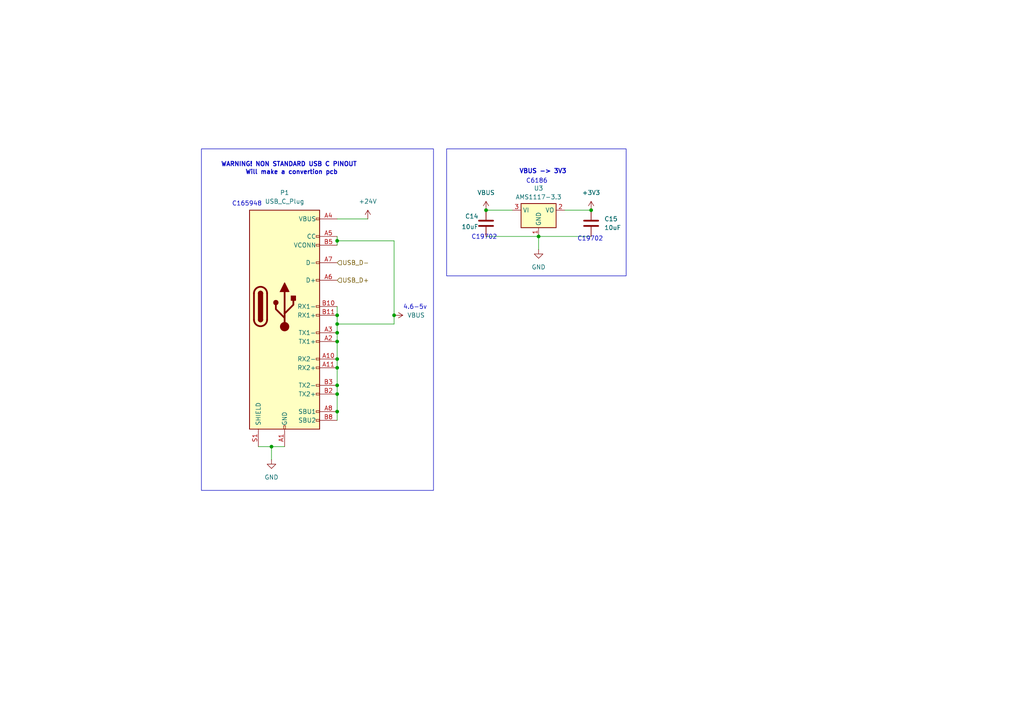
<source format=kicad_sch>
(kicad_sch (version 20250114) (generator "eeschema") (generator_version "9.0")
  (paper "A4")
  (lib_symbols
    (symbol "Connector:USB_C_Plug" (pin_names (offset 1.016))
      (property "Reference" "P" (at -10.16 29.21 0))
      (property "Value" "USB_C_Plug" (at 10.16 29.21 0))
      (symbol "USB_C_Plug_0_0"
        (rectangle (start -0.254 -35.56) (end 0.254 -34.544))
        (rectangle (start 10.16 25.654) (end 9.144 25.146))
        (rectangle (start 10.16 20.574) (end 9.144 20.066))
        (rectangle (start 10.16 18.034) (end 9.144 17.526))
        (rectangle (start 10.16 12.954) (end 9.144 12.446))
        (rectangle (start 10.16 7.874) (end 9.144 7.366))
        (rectangle (start 10.16 0.254) (end 9.144 -0.254))
        (rectangle (start 10.16 -2.286) (end 9.144 -2.794))
        (rectangle (start 10.16 -7.366) (end 9.144 -7.874))
        (rectangle (start 10.16 -9.906) (end 9.144 -10.414))
        (rectangle (start 10.16 -14.986) (end 9.144 -15.494))
        (rectangle (start 10.16 -17.526) (end 9.144 -18.034))
        (rectangle (start 10.16 -22.606) (end 9.144 -23.114))
        (rectangle (start 10.16 -25.146) (end 9.144 -25.654))
        (rectangle (start 10.16 -30.226) (end 9.144 -30.734))
        (rectangle (start 10.16 -32.766) (end 9.144 -33.274))
      )
      (symbol "USB_C_Plug_0_1"
        (rectangle (start -10.16 27.94) (end 10.16 -35.56) (stroke (width 0.254)) (fill (type background)))
        (polyline (pts (xy -8.89 -3.81) (xy -8.89 3.81)) (stroke (width 0.508)))
        (rectangle (start -7.62 -3.81) (end -6.35 3.81) (stroke (width 0.254)) (fill (type outline)))
        (arc (start -7.62 3.81) (mid -6.985 4.4423) (end -6.35 3.81) (stroke (width 0.254)))
        (arc (start -7.62 3.81) (mid -6.985 4.4423) (end -6.35 3.81) (stroke (width 0.254)) (fill (type outline)))
        (arc (start -8.89 3.81) (mid -6.985 5.7067) (end -5.08 3.81) (stroke (width 0.508)))
        (arc (start -5.08 -3.81) (mid -6.985 -5.7067) (end -8.89 -3.81) (stroke (width 0.508)))
        (arc (start -6.35 -3.81) (mid -6.985 -4.4423) (end -7.62 -3.81) (stroke (width 0.254)))
        (arc (start -6.35 -3.81) (mid -6.985 -4.4423) (end -7.62 -3.81) (stroke (width 0.254)) (fill (type outline)))
        (polyline (pts (xy -5.08 3.81) (xy -5.08 -3.81)) (stroke (width 0.508)))
      )
      (symbol "USB_C_Plug_1_1"
        (circle (center -2.54 1.143) (radius 0.635) (stroke (width 0.254)) (fill (type outline)))
        (polyline (pts (xy -1.27 4.318) (xy 0 6.858) (xy 1.27 4.318) (xy -1.27 4.318)) (stroke (width 0.254)) (fill (type outline)))
        (polyline (pts (xy 0 -2.032) (xy 2.54 0.508) (xy 2.54 1.778)) (stroke (width 0.508)))
        (polyline (pts (xy 0 -3.302) (xy -2.54 -0.762) (xy -2.54 0.508)) (stroke (width 0.508)))
        (polyline (pts (xy 0 -5.842) (xy 0 4.318)) (stroke (width 0.508)))
        (circle (center 0 -5.842) (radius 1.27) (fill (type outline)))
        (rectangle (start 1.905 1.778) (end 3.175 3.048) (stroke (width 0.254)) (fill (type outline)))
        (pin passive line (at -7.62 -40.64 90) (length 5.08) (name "SHIELD") (number "S1"))
        (pin passive line (at 0 -40.64 90) (length 5.08) (name "GND") (number "A1"))
        (pin passive line (at 0 -40.64 90) (length 5.08) (hide yes) (name "GND") (number "A12"))
        (pin passive line (at 0 -40.64 90) (length 5.08) (hide yes) (name "GND") (number "B1"))
        (pin passive line (at 0 -40.64 90) (length 5.08) (hide yes) (name "GND") (number "B12"))
        (pin passive line (at 15.24 25.4 180) (length 5.08) (name "VBUS") (number "A4"))
        (pin passive line (at 15.24 25.4 180) (length 5.08) (hide yes) (name "VBUS") (number "A9"))
        (pin passive line (at 15.24 25.4 180) (length 5.08) (hide yes) (name "VBUS") (number "B4"))
        (pin passive line (at 15.24 25.4 180) (length 5.08) (hide yes) (name "VBUS") (number "B9"))
        (pin bidirectional line (at 15.24 20.32 180) (length 5.08) (name "CC") (number "A5"))
        (pin bidirectional line (at 15.24 17.78 180) (length 5.08) (name "VCONN") (number "B5"))
        (pin bidirectional line (at 15.24 12.7 180) (length 5.08) (name "D-") (number "A7"))
        (pin bidirectional line (at 15.24 7.62 180) (length 5.08) (name "D+") (number "A6"))
        (pin bidirectional line (at 15.24 0 180) (length 5.08) (name "RX1-") (number "B10"))
        (pin bidirectional line (at 15.24 -2.54 180) (length 5.08) (name "RX1+") (number "B11"))
        (pin bidirectional line (at 15.24 -7.62 180) (length 5.08) (name "TX1-") (number "A3"))
        (pin bidirectional line (at 15.24 -10.16 180) (length 5.08) (name "TX1+") (number "A2"))
        (pin bidirectional line (at 15.24 -15.24 180) (length 5.08) (name "RX2-") (number "A10"))
        (pin bidirectional line (at 15.24 -17.78 180) (length 5.08) (name "RX2+") (number "A11"))
        (pin bidirectional line (at 15.24 -22.86 180) (length 5.08) (name "TX2-") (number "B3"))
        (pin bidirectional line (at 15.24 -25.4 180) (length 5.08) (name "TX2+") (number "B2"))
        (pin bidirectional line (at 15.24 -30.48 180) (length 5.08) (name "SBU1") (number "A8"))
        (pin bidirectional line (at 15.24 -33.02 180) (length 5.08) (name "SBU2") (number "B8"))
      )
    )
    (symbol "Device:C" (pin_numbers (hide yes)) (pin_names (offset 0.254))
      (property "Reference" "C" (at 0.635 2.54 0))
      (property "Value" "C" (at 0.635 -2.54 0))
      (symbol "C_0_1"
        (polyline (pts (xy -2.032 0.762) (xy 2.032 0.762)) (stroke (width 0.508)))
        (polyline (pts (xy -2.032 -0.762) (xy 2.032 -0.762)) (stroke (width 0.508)))
      )
      (symbol "C_1_1"
        (pin passive line (at 0 3.81 270) (length 2.794) (name "~") (number "1"))
        (pin passive line (at 0 -3.81 90) (length 2.794) (name "~") (number "2"))
      )
    )
    (symbol "Regulator_Linear:AMS1117-3.3"
      (property "Reference" "U" (at -3.81 3.175 0))
      (property "Value" "AMS1117-3.3" (at 0 3.175 0))
      (symbol "AMS1117-3.3_0_1"
        (rectangle (start -5.08 -5.08) (end 5.08 1.905) (stroke (width 0.254)) (fill (type background)))
      )
      (symbol "AMS1117-3.3_1_1"
        (pin power_in line (at -7.62 0 0) (length 2.54) (name "VI") (number "3"))
        (pin power_in line (at 0 -7.62 90) (length 2.54) (name "GND") (number "1"))
        (pin power_out line (at 7.62 0 180) (length 2.54) (name "VO") (number "2"))
      )
    )
    (symbol "power:+24V" (power) (pin_numbers (hide yes)) (pin_names (offset 0) (hide yes))
      (property "Value" "+24V" (at 0 3.556 0))
      (symbol "+24V_0_1"
        (polyline (pts (xy -0.762 1.27) (xy 0 2.54)))
        (polyline (pts (xy 0 2.54) (xy 0.762 1.27)))
        (polyline (pts (xy 0 0) (xy 0 2.54)))
      )
      (symbol "+24V_1_1"
        (pin power_in line (at 0 0 90) (length 0) (name "~") (number "1"))
      )
    )
    (symbol "power:+3V3" (power) (pin_numbers (hide yes)) (pin_names (offset 0) (hide yes))
      (property "Value" "+3V3" (at 0 3.556 0))
      (symbol "+3V3_0_1"
        (polyline (pts (xy -0.762 1.27) (xy 0 2.54)))
        (polyline (pts (xy 0 2.54) (xy 0.762 1.27)))
        (polyline (pts (xy 0 0) (xy 0 2.54)))
      )
      (symbol "+3V3_1_1"
        (pin power_in line (at 0 0 90) (length 0) (name "~") (number "1"))
      )
    )
    (symbol "power:GND" (power) (pin_numbers (hide yes)) (pin_names (offset 0) (hide yes))
      (property "Value" "GND" (at 0 -3.81 0))
      (symbol "GND_0_1"
        (polyline (pts (xy 0 0) (xy 0 -1.27) (xy 1.27 -1.27) (xy 0 -2.54) (xy -1.27 -1.27) (xy 0 -1.27)))
      )
      (symbol "GND_1_1"
        (pin power_in line (at 0 0 270) (length 0) (name "~") (number "1"))
      )
    )
    (symbol "power:VBUS" (power) (pin_numbers (hide yes)) (pin_names (offset 0) (hide yes))
      (property "Value" "VBUS" (at 0 3.556 0))
      (symbol "VBUS_0_1"
        (polyline (pts (xy -0.762 1.27) (xy 0 2.54)))
        (polyline (pts (xy 0 2.54) (xy 0.762 1.27)))
        (polyline (pts (xy 0 0) (xy 0 2.54)))
      )
      (symbol "VBUS_1_1"
        (pin power_in line (at 0 0 90) (length 0) (name "~") (number "1"))
      )
    )
  )
  (rectangle (start 129.54 43.18) (end 181.61 80.01))
  (rectangle (start 58.42 43.18) (end 125.73 142.24))
  (text "VBUS -> 3V3" (at 157.48 49.784 0) (effects (font (size 1.27 1.27) (thickness 0.254) (bold yes))))
  (text "4.6-5v" (at 120.396 89.154 0) (effects (font (size 1.27 1.27))))
  (text "C19702" (at 140.462 68.834 0) (effects (font (size 1.27 1.27))))
  (text "WARNING! NON STANDARD USB C PINOUT" (at 83.82 47.752 0) (effects (font (size 1.27 1.27) (thickness 0.254) (bold yes))))
  (text "C165948" (at 71.628 59.182 0) (effects (font (size 1.27 1.27))))
  (text "C6186" (at 155.702 52.578 0) (effects (font (size 1.27 1.27))))
  (text "Will make a convertion pcb" (at 84.582 50.038 0) (effects (font (size 1.27 1.27) (thickness 0.254) (bold yes))))
  (text "C19702" (at 171.196 69.342 0) (effects (font (size 1.27 1.27))))
  (junction (at 97.79 111.76))
  (junction (at 156.21 68.58))
  (junction (at 114.3 91.44))
  (junction (at 97.79 91.44))
  (junction (at 97.79 104.14))
  (junction (at 97.79 114.3))
  (junction (at 171.45 60.96))
  (junction (at 97.79 99.06))
  (junction (at 97.79 69.85))
  (junction (at 140.97 60.96))
  (junction (at 97.79 119.38))
  (junction (at 78.74 129.54))
  (junction (at 97.79 106.68))
  (junction (at 97.79 96.52))
  (junction (at 97.79 93.98))
  (wire (pts (xy 97.79 93.98) (xy 114.3 93.98)))
  (wire (pts (xy 97.79 63.5) (xy 106.68 63.5)))
  (wire (pts (xy 140.97 60.96) (xy 148.59 60.96)))
  (wire (pts (xy 114.3 91.44) (xy 114.3 69.85)))
  (wire (pts (xy 78.74 129.54) (xy 82.55 129.54)))
  (wire (pts (xy 163.83 60.96) (xy 171.45 60.96)))
  (wire (pts (xy 97.79 114.3) (xy 97.79 119.38)))
  (wire (pts (xy 78.74 129.54) (xy 78.74 133.35)))
  (wire (pts (xy 97.79 68.58) (xy 97.79 69.85)))
  (wire (pts (xy 97.79 69.85) (xy 97.79 71.12)))
  (wire (pts (xy 97.79 99.06) (xy 97.79 104.14)))
  (wire (pts (xy 114.3 69.85) (xy 97.79 69.85)))
  (wire (pts (xy 97.79 106.68) (xy 97.79 111.76)))
  (wire (pts (xy 97.79 119.38) (xy 97.79 121.92)))
  (wire (pts (xy 156.21 68.58) (xy 156.21 72.39)))
  (wire (pts (xy 97.79 104.14) (xy 97.79 106.68)))
  (wire (pts (xy 156.21 68.58) (xy 171.45 68.58)))
  (wire (pts (xy 74.93 129.54) (xy 78.74 129.54)))
  (wire (pts (xy 97.79 88.9) (xy 97.79 91.44)))
  (wire (pts (xy 114.3 93.98) (xy 114.3 91.44)))
  (wire (pts (xy 97.79 93.98) (xy 97.79 96.52)))
  (wire (pts (xy 97.79 91.44) (xy 97.79 93.98)))
  (wire (pts (xy 140.97 68.58) (xy 156.21 68.58)))
  (wire (pts (xy 97.79 96.52) (xy 97.79 99.06)))
  (wire (pts (xy 97.79 111.76) (xy 97.79 114.3)))
  (hierarchical_label "USB_D-" (shape input) (at 97.79 76.2 0))
  (hierarchical_label "USB_D+" (shape input) (at 97.79 81.28 0))
  (symbol (lib_id "Device:C") (at 171.45 64.77 0) (unit 1)
    (property "Reference" "C15" (at 175.26 63.4999 0) (effects (justify left)))
    (property "Value" "10uF" (at 175.26 66.0399 0) (effects (justify left)))
    (property "Footprint" "Capacitor_SMD:C_0603_1608Metric" (effects (hide yes)))
    (property "Description" "Unpolarized capacitor" (effects (hide yes)))
  )
  (symbol (lib_id "Connector:USB_C_Plug") (at 82.55 88.9 0) (unit 1)
    (property "Reference" "P1" (at 82.55 55.88 0))
    (property "Value" "USB_C_Plug" (at 82.55 58.42 0))
    (property "Footprint" "Connector_USB:USB_C_Receptacle_HRO_TYPE-C-31-M-12" (effects (hide yes)))
    (property "Datasheet" "https://www.usb.org/sites/default/files/documents/usb_type-c.zip" (effects (hide yes)))
    (property "Description" "USB Type-C Plug connector" (effects (hide yes)))
  )
  (symbol (lib_id "Regulator_Linear:AMS1117-3.3") (at 156.21 60.96 0) (unit 1)
    (property "Reference" "U3" (at 156.21 54.61 0))
    (property "Value" "AMS1117-3.3" (at 156.21 57.15 0))
    (property "Footprint" "Package_TO_SOT_SMD:SOT-223-3_TabPin2" (effects (hide yes)))
    (property "Datasheet" "http://www.advanced-monolithic.com/pdf/ds1117.pdf" (effects (hide yes)))
    (property "Description" "1A Low Dropout regulator, positive, 3.3V fixed output, SOT-223" (effects (hide yes)))
  )
  (symbol (lib_id "power:GND") (at 78.74 133.35 0) (unit 1)
    (property "Reference" "#PWR050" (effects (hide yes)))
    (property "Value" "GND" (at 78.74 138.43 0))
    (property "Description" "Power symbol creates a global label with name \"GND\" , ground" (effects (hide yes)))
  )
  (symbol (lib_id "power:VBUS") (at 140.97 60.96 0) (unit 1)
    (property "Reference" "#PWR053" (effects (hide yes)))
    (property "Value" "VBUS" (at 140.97 55.88 0))
    (property "Description" "Power symbol creates a global label with name \"VBUS\"" (effects (hide yes)))
  )
  (symbol (lib_id "power:VBUS") (at 114.3 91.44 270) (unit 1)
    (property "Reference" "#PWR052" (effects (hide yes)))
    (property "Value" "VBUS" (at 118.11 91.4399 90) (effects (justify left)))
    (property "Description" "Power symbol creates a global label with name \"VBUS\"" (effects (hide yes)))
  )
  (symbol (lib_id "Device:C") (at 140.97 64.77 0) (unit 1)
    (property "Reference" "C14" (at 134.874 62.738 0) (effects (justify left)))
    (property "Value" "10uF" (at 133.858 65.786 0) (effects (justify left)))
    (property "Footprint" "Capacitor_SMD:C_0603_1608Metric" (effects (hide yes)))
    (property "Description" "Unpolarized capacitor" (effects (hide yes)))
  )
  (symbol (lib_id "power:+24V") (at 106.68 63.5 0) (unit 1)
    (property "Reference" "#PWR051" (effects (hide yes)))
    (property "Value" "+24V" (at 106.68 58.42 0))
    (property "Description" "Power symbol creates a global label with name \"+24V\"" (effects (hide yes)))
  )
  (symbol (lib_id "power:GND") (at 156.21 72.39 0) (unit 1)
    (property "Reference" "#PWR054" (effects (hide yes)))
    (property "Value" "GND" (at 156.21 77.47 0))
    (property "Description" "Power symbol creates a global label with name \"GND\" , ground" (effects (hide yes)))
  )
  (symbol (lib_id "power:+3V3") (at 171.45 60.96 0) (unit 1)
    (property "Reference" "#PWR055" (effects (hide yes)))
    (property "Value" "+3V3" (at 171.45 55.88 0))
    (property "Description" "Power symbol creates a global label with name \"+3V3\"" (effects (hide yes)))
  )
)
</source>
